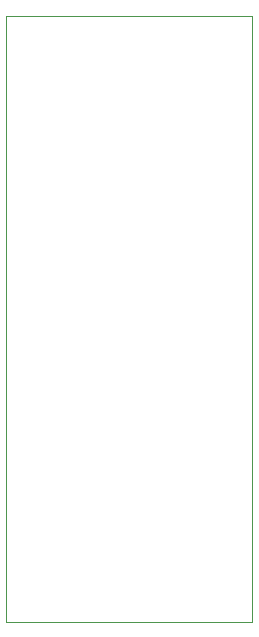
<source format=gm1>
%TF.GenerationSoftware,KiCad,Pcbnew,5.1.9*%
%TF.CreationDate,2021-02-13T19:17:24+03:00*%
%TF.ProjectId,gw1ns2c-board,6777316e-7332-4632-9d62-6f6172642e6b,rev?*%
%TF.SameCoordinates,Original*%
%TF.FileFunction,Profile,NP*%
%FSLAX46Y46*%
G04 Gerber Fmt 4.6, Leading zero omitted, Abs format (unit mm)*
G04 Created by KiCad (PCBNEW 5.1.9) date 2021-02-13 19:17:24*
%MOMM*%
%LPD*%
G01*
G04 APERTURE LIST*
%TA.AperFunction,Profile*%
%ADD10C,0.050000*%
%TD*%
G04 APERTURE END LIST*
D10*
X23876000Y-75184000D02*
X23876000Y-23876000D01*
X44704000Y-75184000D02*
X23876000Y-75184000D01*
X44704000Y-23876000D02*
X44704000Y-75184000D01*
X23876000Y-23876000D02*
X44704000Y-23876000D01*
M02*

</source>
